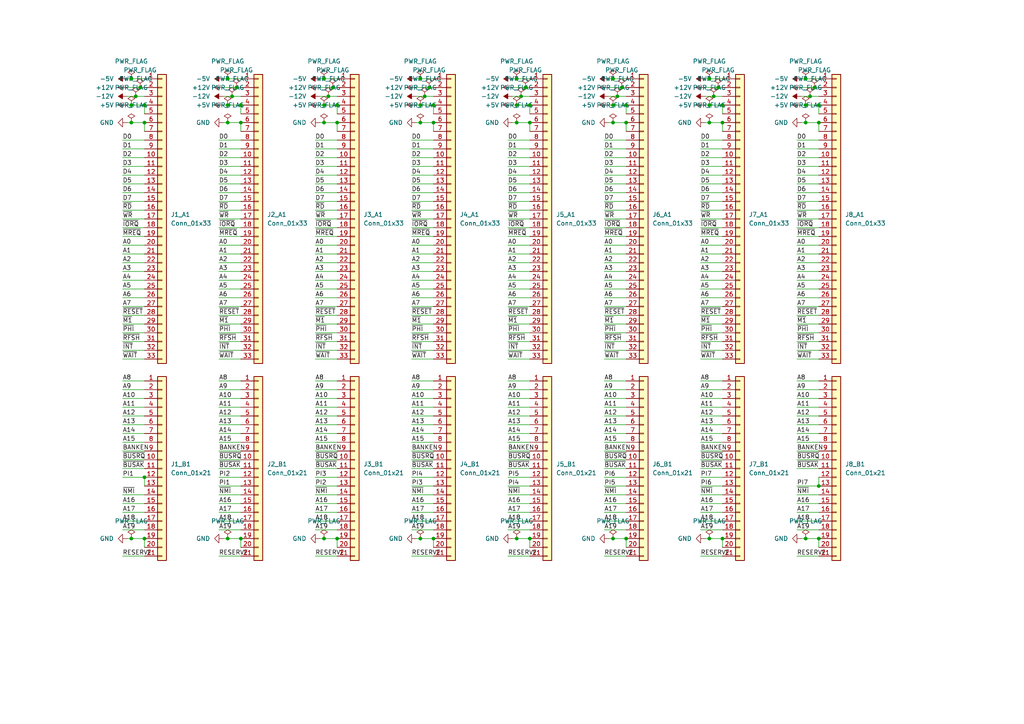
<source format=kicad_sch>
(kicad_sch (version 20211123) (generator eeschema)
  (paper "A4")
  (junction (at 38.1 35.56))
  (junction (at 151.13 27.94))
  (junction (at 93.98 156.21))
  (junction (at 181.61 30.48))
  (junction (at 149.86 35.56))
  (junction (at 236.22 25.4))
  (junction (at 177.8 35.56))
  (junction (at 237.49 156.21))
  (junction (at 38.1 22.86))
  (junction (at 121.92 35.56))
  (junction (at 97.79 156.21))
  (junction (at 205.74 22.86))
  (junction (at 152.4 25.4))
  (junction (at 209.55 35.56))
  (junction (at 66.04 156.21))
  (junction (at 40.64 25.4))
  (junction (at 233.68 35.56))
  (junction (at 234.95 27.94))
  (junction (at 67.31 27.94))
  (junction (at 93.98 30.48))
  (junction (at 123.19 27.94))
  (junction (at 41.91 138.43))
  (junction (at 181.61 156.21))
  (junction (at 69.85 30.48))
  (junction (at 177.8 22.86))
  (junction (at 149.86 22.86))
  (junction (at 153.67 35.56))
  (junction (at 121.92 22.86))
  (junction (at 233.68 22.86))
  (junction (at 66.04 22.86))
  (junction (at 121.92 156.21))
  (junction (at 177.8 30.48))
  (junction (at 66.04 35.56))
  (junction (at 237.49 30.48))
  (junction (at 208.28 25.4))
  (junction (at 68.58 25.4))
  (junction (at 153.67 156.21))
  (junction (at 207.01 27.94))
  (junction (at 209.55 30.48))
  (junction (at 69.85 156.21))
  (junction (at 237.49 35.56))
  (junction (at 93.98 35.56))
  (junction (at 69.85 35.56))
  (junction (at 41.91 35.56))
  (junction (at 180.34 25.4))
  (junction (at 66.04 30.48))
  (junction (at 205.74 156.21))
  (junction (at 233.68 156.21))
  (junction (at 205.74 30.48))
  (junction (at 125.73 35.56))
  (junction (at 149.86 30.48))
  (junction (at 41.91 30.48))
  (junction (at 95.25 27.94))
  (junction (at 38.1 30.48))
  (junction (at 41.91 156.21))
  (junction (at 124.46 25.4))
  (junction (at 125.73 30.48))
  (junction (at 93.98 22.86))
  (junction (at 39.37 27.94))
  (junction (at 209.55 156.21))
  (junction (at 97.79 35.56))
  (junction (at 181.61 35.56))
  (junction (at 205.74 35.56))
  (junction (at 153.67 30.48))
  (junction (at 179.07 27.94))
  (junction (at 125.73 156.21))
  (junction (at 97.79 30.48))
  (junction (at 237.49 140.97))
  (junction (at 177.8 156.21))
  (junction (at 38.1 156.21))
  (junction (at 96.52 25.4))
  (junction (at 121.92 30.48))
  (junction (at 233.68 30.48))
  (junction (at 149.86 156.21))
  (wire (pts (xy 231.14 91.44) (xy 237.49 91.44)))
  (wire (pts (xy 63.5 135.89) (xy 69.85 135.89)))
  (wire (pts (xy 121.92 30.48) (xy 125.73 30.48)))
  (wire (pts (xy 147.32 101.6) (xy 153.67 101.6)))
  (wire (pts (xy 91.44 66.04) (xy 97.79 66.04)))
  (wire (pts (xy 35.56 71.12) (xy 41.91 71.12)))
  (wire (pts (xy 175.26 161.29) (xy 181.61 161.29)))
  (wire (pts (xy 148.59 27.94) (xy 151.13 27.94)))
  (wire (pts (xy 203.2 104.14) (xy 209.55 104.14)))
  (wire (pts (xy 203.2 93.98) (xy 209.55 93.98)))
  (wire (pts (xy 120.65 25.4) (xy 124.46 25.4)))
  (wire (pts (xy 176.53 30.48) (xy 177.8 30.48)))
  (wire (pts (xy 120.65 22.86) (xy 121.92 22.86)))
  (wire (pts (xy 119.38 128.27) (xy 125.73 128.27)))
  (wire (pts (xy 91.44 128.27) (xy 97.79 128.27)))
  (wire (pts (xy 40.64 25.4) (xy 41.91 25.4)))
  (wire (pts (xy 177.8 35.56) (xy 181.61 35.56)))
  (wire (pts (xy 91.44 53.34) (xy 97.79 53.34)))
  (wire (pts (xy 203.2 81.28) (xy 209.55 81.28)))
  (wire (pts (xy 148.59 30.48) (xy 149.86 30.48)))
  (wire (pts (xy 35.56 48.26) (xy 41.91 48.26)))
  (wire (pts (xy 231.14 153.67) (xy 237.49 153.67)))
  (wire (pts (xy 147.32 58.42) (xy 153.67 58.42)))
  (wire (pts (xy 203.2 48.26) (xy 209.55 48.26)))
  (wire (pts (xy 91.44 81.28) (xy 97.79 81.28)))
  (wire (pts (xy 119.38 73.66) (xy 125.73 73.66)))
  (wire (pts (xy 91.44 88.9) (xy 97.79 88.9)))
  (wire (pts (xy 231.14 60.96) (xy 237.49 60.96)))
  (wire (pts (xy 148.59 22.86) (xy 149.86 22.86)))
  (wire (pts (xy 93.98 35.56) (xy 97.79 35.56)))
  (wire (pts (xy 231.14 143.51) (xy 237.49 143.51)))
  (wire (pts (xy 232.41 25.4) (xy 236.22 25.4)))
  (wire (pts (xy 91.44 86.36) (xy 97.79 86.36)))
  (wire (pts (xy 175.26 88.9) (xy 181.61 88.9)))
  (wire (pts (xy 175.26 146.05) (xy 181.61 146.05)))
  (wire (pts (xy 91.44 96.52) (xy 97.79 96.52)))
  (wire (pts (xy 147.32 138.43) (xy 153.67 138.43)))
  (wire (pts (xy 63.5 115.57) (xy 69.85 115.57)))
  (wire (pts (xy 35.56 133.35) (xy 41.91 133.35)))
  (wire (pts (xy 119.38 40.64) (xy 125.73 40.64)))
  (wire (pts (xy 203.2 140.97) (xy 209.55 140.97)))
  (wire (pts (xy 175.26 135.89) (xy 181.61 135.89)))
  (wire (pts (xy 35.56 101.6) (xy 41.91 101.6)))
  (wire (pts (xy 35.56 66.04) (xy 41.91 66.04)))
  (wire (pts (xy 231.14 73.66) (xy 237.49 73.66)))
  (wire (pts (xy 92.71 27.94) (xy 95.25 27.94)))
  (wire (pts (xy 237.49 138.43) (xy 237.49 140.97)))
  (wire (pts (xy 175.26 53.34) (xy 181.61 53.34)))
  (wire (pts (xy 121.92 35.56) (xy 125.73 35.56)))
  (wire (pts (xy 63.5 45.72) (xy 69.85 45.72)))
  (wire (pts (xy 175.26 55.88) (xy 181.61 55.88)))
  (wire (pts (xy 231.14 78.74) (xy 237.49 78.74)))
  (wire (pts (xy 147.32 40.64) (xy 153.67 40.64)))
  (wire (pts (xy 120.65 27.94) (xy 123.19 27.94)))
  (wire (pts (xy 231.14 68.58) (xy 237.49 68.58)))
  (wire (pts (xy 203.2 50.8) (xy 209.55 50.8)))
  (wire (pts (xy 237.49 35.56) (xy 237.49 38.1)))
  (wire (pts (xy 175.26 115.57) (xy 181.61 115.57)))
  (wire (pts (xy 203.2 151.13) (xy 209.55 151.13)))
  (wire (pts (xy 231.14 104.14) (xy 237.49 104.14)))
  (wire (pts (xy 119.38 130.81) (xy 125.73 130.81)))
  (wire (pts (xy 177.8 30.48) (xy 181.61 30.48)))
  (wire (pts (xy 63.5 128.27) (xy 69.85 128.27)))
  (wire (pts (xy 36.83 30.48) (xy 38.1 30.48)))
  (wire (pts (xy 147.32 161.29) (xy 153.67 161.29)))
  (wire (pts (xy 93.98 22.86) (xy 97.79 22.86)))
  (wire (pts (xy 35.56 128.27) (xy 41.91 128.27)))
  (wire (pts (xy 64.77 22.86) (xy 66.04 22.86)))
  (wire (pts (xy 177.8 22.86) (xy 181.61 22.86)))
  (wire (pts (xy 91.44 120.65) (xy 97.79 120.65)))
  (wire (pts (xy 147.32 55.88) (xy 153.67 55.88)))
  (wire (pts (xy 175.26 151.13) (xy 181.61 151.13)))
  (wire (pts (xy 203.2 86.36) (xy 209.55 86.36)))
  (wire (pts (xy 123.19 27.94) (xy 125.73 27.94)))
  (wire (pts (xy 147.32 110.49) (xy 153.67 110.49)))
  (wire (pts (xy 63.5 93.98) (xy 69.85 93.98)))
  (wire (pts (xy 204.47 35.56) (xy 205.74 35.56)))
  (wire (pts (xy 119.38 151.13) (xy 125.73 151.13)))
  (wire (pts (xy 204.47 27.94) (xy 207.01 27.94)))
  (wire (pts (xy 63.5 113.03) (xy 69.85 113.03)))
  (wire (pts (xy 203.2 133.35) (xy 209.55 133.35)))
  (wire (pts (xy 203.2 66.04) (xy 209.55 66.04)))
  (wire (pts (xy 147.32 133.35) (xy 153.67 133.35)))
  (wire (pts (xy 231.14 140.97) (xy 237.49 140.97)))
  (wire (pts (xy 231.14 66.04) (xy 237.49 66.04)))
  (wire (pts (xy 35.56 60.96) (xy 41.91 60.96)))
  (wire (pts (xy 35.56 88.9) (xy 41.91 88.9)))
  (wire (pts (xy 203.2 53.34) (xy 209.55 53.34)))
  (wire (pts (xy 176.53 22.86) (xy 177.8 22.86)))
  (wire (pts (xy 63.5 91.44) (xy 69.85 91.44)))
  (wire (pts (xy 175.26 78.74) (xy 181.61 78.74)))
  (wire (pts (xy 63.5 55.88) (xy 69.85 55.88)))
  (wire (pts (xy 147.32 68.58) (xy 153.67 68.58)))
  (wire (pts (xy 231.14 81.28) (xy 237.49 81.28)))
  (wire (pts (xy 119.38 138.43) (xy 125.73 138.43)))
  (wire (pts (xy 147.32 151.13) (xy 153.67 151.13)))
  (wire (pts (xy 175.26 104.14) (xy 181.61 104.14)))
  (wire (pts (xy 232.41 35.56) (xy 233.68 35.56)))
  (wire (pts (xy 148.59 35.56) (xy 149.86 35.56)))
  (wire (pts (xy 231.14 76.2) (xy 237.49 76.2)))
  (wire (pts (xy 203.2 135.89) (xy 209.55 135.89)))
  (wire (pts (xy 63.5 143.51) (xy 69.85 143.51)))
  (wire (pts (xy 175.26 71.12) (xy 181.61 71.12)))
  (wire (pts (xy 175.26 101.6) (xy 181.61 101.6)))
  (wire (pts (xy 63.5 78.74) (xy 69.85 78.74)))
  (wire (pts (xy 147.32 66.04) (xy 153.67 66.04)))
  (wire (pts (xy 203.2 76.2) (xy 209.55 76.2)))
  (wire (pts (xy 231.14 146.05) (xy 237.49 146.05)))
  (wire (pts (xy 35.56 55.88) (xy 41.91 55.88)))
  (wire (pts (xy 119.38 86.36) (xy 125.73 86.36)))
  (wire (pts (xy 175.26 120.65) (xy 181.61 120.65)))
  (wire (pts (xy 147.32 50.8) (xy 153.67 50.8)))
  (wire (pts (xy 125.73 156.21) (xy 125.73 158.75)))
  (wire (pts (xy 119.38 96.52) (xy 125.73 96.52)))
  (wire (pts (xy 119.38 45.72) (xy 125.73 45.72)))
  (wire (pts (xy 147.32 120.65) (xy 153.67 120.65)))
  (wire (pts (xy 203.2 110.49) (xy 209.55 110.49)))
  (wire (pts (xy 97.79 30.48) (xy 97.79 33.02)))
  (wire (pts (xy 63.5 130.81) (xy 69.85 130.81)))
  (wire (pts (xy 119.38 118.11) (xy 125.73 118.11)))
  (wire (pts (xy 175.26 91.44) (xy 181.61 91.44)))
  (wire (pts (xy 204.47 156.21) (xy 205.74 156.21)))
  (wire (pts (xy 91.44 43.18) (xy 97.79 43.18)))
  (wire (pts (xy 231.14 43.18) (xy 237.49 43.18)))
  (wire (pts (xy 35.56 120.65) (xy 41.91 120.65)))
  (wire (pts (xy 91.44 68.58) (xy 97.79 68.58)))
  (wire (pts (xy 91.44 153.67) (xy 97.79 153.67)))
  (wire (pts (xy 119.38 53.34) (xy 125.73 53.34)))
  (wire (pts (xy 35.56 83.82) (xy 41.91 83.82)))
  (wire (pts (xy 35.56 161.29) (xy 41.91 161.29)))
  (wire (pts (xy 147.32 93.98) (xy 153.67 93.98)))
  (wire (pts (xy 176.53 156.21) (xy 177.8 156.21)))
  (wire (pts (xy 147.32 86.36) (xy 153.67 86.36)))
  (wire (pts (xy 175.26 110.49) (xy 181.61 110.49)))
  (wire (pts (xy 68.58 25.4) (xy 69.85 25.4)))
  (wire (pts (xy 231.14 161.29) (xy 237.49 161.29)))
  (wire (pts (xy 203.2 83.82) (xy 209.55 83.82)))
  (wire (pts (xy 119.38 60.96) (xy 125.73 60.96)))
  (wire (pts (xy 175.26 123.19) (xy 181.61 123.19)))
  (wire (pts (xy 119.38 104.14) (xy 125.73 104.14)))
  (wire (pts (xy 203.2 91.44) (xy 209.55 91.44)))
  (wire (pts (xy 205.74 35.56) (xy 209.55 35.56)))
  (wire (pts (xy 63.5 140.97) (xy 69.85 140.97)))
  (wire (pts (xy 231.14 48.26) (xy 237.49 48.26)))
  (wire (pts (xy 207.01 27.94) (xy 209.55 27.94)))
  (wire (pts (xy 91.44 143.51) (xy 97.79 143.51)))
  (wire (pts (xy 63.5 76.2) (xy 69.85 76.2)))
  (wire (pts (xy 203.2 78.74) (xy 209.55 78.74)))
  (wire (pts (xy 93.98 156.21) (xy 97.79 156.21)))
  (wire (pts (xy 119.38 140.97) (xy 125.73 140.97)))
  (wire (pts (xy 125.73 30.48) (xy 125.73 33.02)))
  (wire (pts (xy 175.26 66.04) (xy 181.61 66.04)))
  (wire (pts (xy 231.14 99.06) (xy 237.49 99.06)))
  (wire (pts (xy 203.2 71.12) (xy 209.55 71.12)))
  (wire (pts (xy 231.14 120.65) (xy 237.49 120.65)))
  (wire (pts (xy 36.83 22.86) (xy 38.1 22.86)))
  (wire (pts (xy 35.56 99.06) (xy 41.91 99.06)))
  (wire (pts (xy 95.25 27.94) (xy 97.79 27.94)))
  (wire (pts (xy 35.56 43.18) (xy 41.91 43.18)))
  (wire (pts (xy 231.14 45.72) (xy 237.49 45.72)))
  (wire (pts (xy 203.2 125.73) (xy 209.55 125.73)))
  (wire (pts (xy 119.38 133.35) (xy 125.73 133.35)))
  (wire (pts (xy 91.44 55.88) (xy 97.79 55.88)))
  (wire (pts (xy 209.55 35.56) (xy 209.55 38.1)))
  (wire (pts (xy 91.44 138.43) (xy 97.79 138.43)))
  (wire (pts (xy 175.26 58.42) (xy 181.61 58.42)))
  (wire (pts (xy 96.52 25.4) (xy 97.79 25.4)))
  (wire (pts (xy 35.56 40.64) (xy 41.91 40.64)))
  (wire (pts (xy 63.5 53.34) (xy 69.85 53.34)))
  (wire (pts (xy 147.32 123.19) (xy 153.67 123.19)))
  (wire (pts (xy 203.2 101.6) (xy 209.55 101.6)))
  (wire (pts (xy 91.44 58.42) (xy 97.79 58.42)))
  (wire (pts (xy 38.1 30.48) (xy 41.91 30.48)))
  (wire (pts (xy 63.5 73.66) (xy 69.85 73.66)))
  (wire (pts (xy 35.56 125.73) (xy 41.91 125.73)))
  (wire (pts (xy 177.8 156.21) (xy 181.61 156.21)))
  (wire (pts (xy 203.2 99.06) (xy 209.55 99.06)))
  (wire (pts (xy 36.83 27.94) (xy 39.37 27.94)))
  (wire (pts (xy 203.2 113.03) (xy 209.55 113.03)))
  (wire (pts (xy 175.26 138.43) (xy 181.61 138.43)))
  (wire (pts (xy 69.85 30.48) (xy 69.85 33.02)))
  (wire (pts (xy 203.2 40.64) (xy 209.55 40.64)))
  (wire (pts (xy 119.38 153.67) (xy 125.73 153.67)))
  (wire (pts (xy 231.14 40.64) (xy 237.49 40.64)))
  (wire (pts (xy 175.26 113.03) (xy 181.61 113.03)))
  (wire (pts (xy 35.56 118.11) (xy 41.91 118.11)))
  (wire (pts (xy 147.32 118.11) (xy 153.67 118.11)))
  (wire (pts (xy 203.2 148.59) (xy 209.55 148.59)))
  (wire (pts (xy 203.2 128.27) (xy 209.55 128.27)))
  (wire (pts (xy 233.68 35.56) (xy 237.49 35.56)))
  (wire (pts (xy 121.92 156.21) (xy 125.73 156.21)))
  (wire (pts (xy 237.49 30.48) (xy 237.49 33.02)))
  (wire (pts (xy 63.5 151.13) (xy 69.85 151.13)))
  (wire (pts (xy 231.14 83.82) (xy 237.49 83.82)))
  (wire (pts (xy 147.32 71.12) (xy 153.67 71.12)))
  (wire (pts (xy 38.1 22.86) (xy 41.91 22.86)))
  (wire (pts (xy 149.86 30.48) (xy 153.67 30.48)))
  (wire (pts (xy 231.14 115.57) (xy 237.49 115.57)))
  (wire (pts (xy 91.44 101.6) (xy 97.79 101.6)))
  (wire (pts (xy 119.38 83.82) (xy 125.73 83.82)))
  (wire (pts (xy 92.71 22.86) (xy 93.98 22.86)))
  (wire (pts (xy 203.2 123.19) (xy 209.55 123.19)))
  (wire (pts (xy 69.85 35.56) (xy 69.85 38.1)))
  (wire (pts (xy 181.61 156.21) (xy 181.61 158.75)))
  (wire (pts (xy 231.14 113.03) (xy 237.49 113.03)))
  (wire (pts (xy 63.5 148.59) (xy 69.85 148.59)))
  (wire (pts (xy 119.38 101.6) (xy 125.73 101.6)))
  (wire (pts (xy 231.14 53.34) (xy 237.49 53.34)))
  (wire (pts (xy 147.32 148.59) (xy 153.67 148.59)))
  (wire (pts (xy 91.44 133.35) (xy 97.79 133.35)))
  (wire (pts (xy 91.44 83.82) (xy 97.79 83.82)))
  (wire (pts (xy 35.56 123.19) (xy 41.91 123.19)))
  (wire (pts (xy 91.44 63.5) (xy 97.79 63.5)))
  (wire (pts (xy 35.56 143.51) (xy 41.91 143.51)))
  (wire (pts (xy 231.14 88.9) (xy 237.49 88.9)))
  (wire (pts (xy 231.14 50.8) (xy 237.49 50.8)))
  (wire (pts (xy 91.44 161.29) (xy 97.79 161.29)))
  (wire (pts (xy 209.55 30.48) (xy 209.55 33.02)))
  (wire (pts (xy 35.56 115.57) (xy 41.91 115.57)))
  (wire (pts (xy 91.44 71.12) (xy 97.79 71.12)))
  (wire (pts (xy 64.77 156.21) (xy 66.04 156.21)))
  (wire (pts (xy 231.14 110.49) (xy 237.49 110.49)))
  (wire (pts (xy 175.26 99.06) (xy 181.61 99.06)))
  (wire (pts (xy 35.56 93.98) (xy 41.91 93.98)))
  (wire (pts (xy 152.4 25.4) (xy 153.67 25.4)))
  (wire (pts (xy 203.2 143.51) (xy 209.55 143.51)))
  (wire (pts (xy 63.5 83.82) (xy 69.85 83.82)))
  (wire (pts (xy 35.56 146.05) (xy 41.91 146.05)))
  (wire (pts (xy 175.26 140.97) (xy 181.61 140.97)))
  (wire (pts (xy 63.5 88.9) (xy 69.85 88.9)))
  (wire (pts (xy 175.26 143.51) (xy 181.61 143.51)))
  (wire (pts (xy 119.38 81.28) (xy 125.73 81.28)))
  (wire (pts (xy 175.26 81.28) (xy 181.61 81.28)))
  (wire (pts (xy 147.32 88.9) (xy 153.67 88.9)))
  (wire (pts (xy 119.38 143.51) (xy 125.73 143.51)))
  (wire (pts (xy 231.14 125.73) (xy 237.49 125.73)))
  (wire (pts (xy 209.55 156.21) (xy 209.55 158.75)))
  (wire (pts (xy 119.38 148.59) (xy 125.73 148.59)))
  (wire (pts (xy 35.56 91.44) (xy 41.91 91.44)))
  (wire (pts (xy 119.38 43.18) (xy 125.73 43.18)))
  (wire (pts (xy 147.32 73.66) (xy 153.67 73.66)))
  (wire (pts (xy 149.86 35.56) (xy 153.67 35.56)))
  (wire (pts (xy 232.41 156.21) (xy 233.68 156.21)))
  (wire (pts (xy 175.26 48.26) (xy 181.61 48.26)))
  (wire (pts (xy 63.5 50.8) (xy 69.85 50.8)))
  (wire (pts (xy 41.91 156.21) (xy 41.91 158.75)))
  (wire (pts (xy 147.32 76.2) (xy 153.67 76.2)))
  (wire (pts (xy 180.34 25.4) (xy 181.61 25.4)))
  (wire (pts (xy 204.47 25.4) (xy 208.28 25.4)))
  (wire (pts (xy 35.56 76.2) (xy 41.91 76.2)))
  (wire (pts (xy 91.44 50.8) (xy 97.79 50.8)))
  (wire (pts (xy 66.04 30.48) (xy 69.85 30.48)))
  (wire (pts (xy 231.14 135.89) (xy 237.49 135.89)))
  (wire (pts (xy 63.5 48.26) (xy 69.85 48.26)))
  (wire (pts (xy 205.74 156.21) (xy 209.55 156.21)))
  (wire (pts (xy 231.14 151.13) (xy 237.49 151.13)))
  (wire (pts (xy 232.41 30.48) (xy 233.68 30.48)))
  (wire (pts (xy 151.13 27.94) (xy 153.67 27.94)))
  (wire (pts (xy 92.71 156.21) (xy 93.98 156.21)))
  (wire (pts (xy 91.44 151.13) (xy 97.79 151.13)))
  (wire (pts (xy 179.07 27.94) (xy 181.61 27.94)))
  (wire (pts (xy 97.79 35.56) (xy 97.79 38.1)))
  (wire (pts (xy 203.2 63.5) (xy 209.55 63.5)))
  (wire (pts (xy 231.14 128.27) (xy 237.49 128.27)))
  (wire (pts (xy 175.26 83.82) (xy 181.61 83.82)))
  (wire (pts (xy 63.5 161.29) (xy 69.85 161.29)))
  (wire (pts (xy 203.2 138.43) (xy 209.55 138.43)))
  (wire (pts (xy 181.61 30.48) (xy 181.61 33.02)))
  (wire (pts (xy 147.32 128.27) (xy 153.67 128.27)))
  (wire (pts (xy 175.26 153.67) (xy 181.61 153.67)))
  (wire (pts (xy 119.38 71.12) (xy 125.73 71.12)))
  (wire (pts (xy 147.32 91.44) (xy 153.67 91.44)))
  (wire (pts (xy 66.04 35.56) (xy 69.85 35.56)))
  (wire (pts (xy 35.56 110.49) (xy 41.91 110.49)))
  (wire (pts (xy 119.38 120.65) (xy 125.73 120.65)))
  (wire (pts (xy 63.5 43.18) (xy 69.85 43.18)))
  (wire (pts (xy 147.32 115.57) (xy 153.67 115.57)))
  (wire (pts (xy 41.91 138.43) (xy 41.91 140.97)))
  (wire (pts (xy 124.46 25.4) (xy 125.73 25.4)))
  (wire (pts (xy 203.2 55.88) (xy 209.55 55.88)))
  (wire (pts (xy 175.26 118.11) (xy 181.61 118.11)))
  (wire (pts (xy 147.32 81.28) (xy 153.67 81.28)))
  (wire (pts (xy 148.59 156.21) (xy 149.86 156.21)))
  (wire (pts (xy 92.71 25.4) (xy 96.52 25.4)))
  (wire (pts (xy 35.56 73.66) (xy 41.91 73.66)))
  (wire (pts (xy 203.2 60.96) (xy 209.55 60.96)))
  (wire (pts (xy 120.65 30.48) (xy 121.92 30.48)))
  (wire (pts (xy 147.32 43.18) (xy 153.67 43.18)))
  (wire (pts (xy 153.67 35.56) (xy 153.67 38.1)))
  (wire (pts (xy 119.38 91.44) (xy 125.73 91.44)))
  (wire (pts (xy 175.26 63.5) (xy 181.61 63.5)))
  (wire (pts (xy 35.56 58.42) (xy 41.91 58.42)))
  (wire (pts (xy 91.44 104.14) (xy 97.79 104.14)))
  (wire (pts (xy 63.5 66.04) (xy 69.85 66.04)))
  (wire (pts (xy 35.56 86.36) (xy 41.91 86.36)))
  (wire (pts (xy 147.32 143.51) (xy 153.67 143.51)))
  (wire (pts (xy 175.26 40.64) (xy 181.61 40.64)))
  (wire (pts (xy 91.44 130.81) (xy 97.79 130.81)))
  (wire (pts (xy 91.44 140.97) (xy 97.79 140.97)))
  (wire (pts (xy 149.86 156.21) (xy 153.67 156.21)))
  (wire (pts (xy 91.44 76.2) (xy 97.79 76.2)))
  (wire (pts (xy 35.56 63.5) (xy 41.91 63.5)))
  (wire (pts (xy 153.67 30.48) (xy 153.67 33.02)))
  (wire (pts (xy 119.38 48.26) (xy 125.73 48.26)))
  (wire (pts (xy 35.56 53.34) (xy 41.91 53.34)))
  (wire (pts (xy 175.26 133.35) (xy 181.61 133.35)))
  (wire (pts (xy 148.59 25.4) (xy 152.4 25.4)))
  (wire (pts (xy 63.5 96.52) (xy 69.85 96.52)))
  (wire (pts (xy 38.1 156.21) (xy 41.91 156.21)))
  (wire (pts (xy 176.53 25.4) (xy 180.34 25.4)))
  (wire (pts (xy 63.5 133.35) (xy 69.85 133.35)))
  (wire (pts (xy 203.2 68.58) (xy 209.55 68.58)))
  (wire (pts (xy 203.2 130.81) (xy 209.55 130.81)))
  (wire (pts (xy 63.5 63.5) (xy 69.85 63.5)))
  (wire (pts (xy 175.26 93.98) (xy 181.61 93.98)))
  (wire (pts (xy 66.04 156.21) (xy 69.85 156.21)))
  (wire (pts (xy 63.5 118.11) (xy 69.85 118.11)))
  (wire (pts (xy 231.14 93.98) (xy 237.49 93.98)))
  (wire (pts (xy 231.14 96.52) (xy 237.49 96.52)))
  (wire (pts (xy 231.14 58.42) (xy 237.49 58.42)))
  (wire (pts (xy 203.2 43.18) (xy 209.55 43.18)))
  (wire (pts (xy 63.5 81.28) (xy 69.85 81.28)))
  (wire (pts (xy 231.14 86.36) (xy 237.49 86.36)))
  (wire (pts (xy 35.56 81.28) (xy 41.91 81.28)))
  (wire (pts (xy 63.5 60.96) (xy 69.85 60.96)))
  (wire (pts (xy 147.32 135.89) (xy 153.67 135.89)))
  (wire (pts (xy 125.73 35.56) (xy 125.73 38.1)))
  (wire (pts (xy 63.5 58.42) (xy 69.85 58.42)))
  (wire (pts (xy 147.32 48.26) (xy 153.67 48.26)))
  (wire (pts (xy 205.74 30.48) (xy 209.55 30.48)))
  (wire (pts (xy 91.44 73.66) (xy 97.79 73.66)))
  (wire (pts (xy 203.2 118.11) (xy 209.55 118.11)))
  (wire (pts (xy 176.53 27.94) (xy 179.07 27.94)))
  (wire (pts (xy 231.14 130.81) (xy 237.49 130.81)))
  (wire (pts (xy 175.26 50.8) (xy 181.61 50.8)))
  (wire (pts (xy 63.5 68.58) (xy 69.85 68.58)))
  (wire (pts (xy 91.44 146.05) (xy 97.79 146.05)))
  (wire (pts (xy 91.44 99.06) (xy 97.79 99.06)))
  (wire (pts (xy 175.26 68.58) (xy 181.61 68.58)))
  (wire (pts (xy 64.77 30.48) (xy 66.04 30.48)))
  (wire (pts (xy 175.26 76.2) (xy 181.61 76.2)))
  (wire (pts (xy 203.2 161.29) (xy 209.55 161.29)))
  (wire (pts (xy 97.79 156.21) (xy 97.79 158.75)))
  (wire (pts (xy 91.44 91.44) (xy 97.79 91.44)))
  (wire (pts (xy 231.14 118.11) (xy 237.49 118.11)))
  (wire (pts (xy 203.2 146.05) (xy 209.55 146.05)))
  (wire (pts (xy 236.22 25.4) (xy 237.49 25.4)))
  (wire (pts (xy 93.98 30.48) (xy 97.79 30.48)))
  (wire (pts (xy 175.26 96.52) (xy 181.61 96.52)))
  (wire (pts (xy 35.56 148.59) (xy 41.91 148.59)))
  (wire (pts (xy 231.14 133.35) (xy 237.49 133.35)))
  (wire (pts (xy 119.38 161.29) (xy 125.73 161.29)))
  (wire (pts (xy 181.61 35.56) (xy 181.61 38.1)))
  (wire (pts (xy 119.38 115.57) (xy 125.73 115.57)))
  (wire (pts (xy 147.32 63.5) (xy 153.67 63.5)))
  (wire (pts (xy 203.2 88.9) (xy 209.55 88.9)))
  (wire (pts (xy 121.92 22.86) (xy 125.73 22.86)))
  (wire (pts (xy 91.44 113.03) (xy 97.79 113.03)))
  (wire (pts (xy 91.44 125.73) (xy 97.79 125.73)))
  (wire (pts (xy 119.38 63.5) (xy 125.73 63.5)))
  (wire (pts (xy 153.67 156.21) (xy 153.67 158.75)))
  (wire (pts (xy 147.32 113.03) (xy 153.67 113.03)))
  (wire (pts (xy 69.85 156.21) (xy 69.85 158.75)))
  (wire (pts (xy 175.26 60.96) (xy 181.61 60.96)))
  (wire (pts (xy 149.86 22.86) (xy 153.67 22.86)))
  (wire (pts (xy 119.38 146.05) (xy 125.73 146.05)))
  (wire (pts (xy 91.44 48.26) (xy 97.79 48.26)))
  (wire (pts (xy 64.77 27.94) (xy 67.31 27.94)))
  (wire (pts (xy 119.38 76.2) (xy 125.73 76.2)))
  (wire (pts (xy 175.26 86.36) (xy 181.61 86.36)))
  (wire (pts (xy 231.14 55.88) (xy 237.49 55.88)))
  (wire (pts (xy 232.41 27.94) (xy 234.95 27.94)))
  (wire (pts (xy 204.47 22.86) (xy 205.74 22.86)))
  (wire (pts (xy 208.28 25.4) (xy 209.55 25.4)))
  (wire (pts (xy 203.2 73.66) (xy 209.55 73.66)))
  (wire (pts (xy 36.83 25.4) (xy 40.64 25.4)))
  (wire (pts (xy 119.38 125.73) (xy 125.73 125.73)))
  (wire (pts (xy 147.32 146.05) (xy 153.67 146.05)))
  (wire (pts (xy 231.14 101.6) (xy 237.49 101.6)))
  (wire (pts (xy 119.38 135.89) (xy 125.73 135.89)))
  (wire (pts (xy 63.5 123.19) (xy 69.85 123.19)))
  (wire (pts (xy 35.56 151.13) (xy 41.91 151.13)))
  (wire (pts (xy 36.83 35.56) (xy 38.1 35.56)))
  (wire (pts (xy 147.32 78.74) (xy 153.67 78.74)))
  (wire (pts (xy 119.38 110.49) (xy 125.73 110.49)))
  (wire (pts (xy 175.26 45.72) (xy 181.61 45.72)))
  (wire (pts (xy 147.32 153.67) (xy 153.67 153.67)))
  (wire (pts (xy 91.44 123.19) (xy 97.79 123.19)))
  (wire (pts (xy 147.32 96.52) (xy 153.67 96.52)))
  (wire (pts (xy 147.32 130.81) (xy 153.67 130.81)))
  (wire (pts (xy 63.5 104.14) (xy 69.85 104.14)))
  (wire (pts (xy 175.26 73.66) (xy 181.61 73.66)))
  (wire (pts (xy 119.38 113.03) (xy 125.73 113.03)))
  (wire (pts (xy 233.68 156.21) (xy 237.49 156.21)))
  (wire (pts (xy 35.56 138.43) (xy 41.91 138.43)))
  (wire (pts (xy 231.14 123.19) (xy 237.49 123.19)))
  (wire (pts (xy 203.2 153.67) (xy 209.55 153.67)))
  (wire (pts (xy 41.91 35.56) (xy 41.91 38.1)))
  (wire (pts (xy 203.2 120.65) (xy 209.55 120.65)))
  (wire (pts (xy 120.65 156.21) (xy 121.92 156.21)))
  (wire (pts (xy 35.56 68.58) (xy 41.91 68.58)))
  (wire (pts (xy 205.74 22.86) (xy 209.55 22.86)))
  (wire (pts (xy 63.5 101.6) (xy 69.85 101.6)))
  (wire (pts (xy 119.38 68.58) (xy 125.73 68.58)))
  (wire (pts (xy 67.31 27.94) (xy 69.85 27.94)))
  (wire (pts (xy 175.26 128.27) (xy 181.61 128.27)))
  (wire (pts (xy 91.44 110.49) (xy 97.79 110.49)))
  (wire (pts (xy 63.5 99.06) (xy 69.85 99.06)))
  (wire (pts (xy 204.47 30.48) (xy 205.74 30.48)))
  (wire (pts (xy 237.49 156.21) (xy 237.49 158.75)))
  (wire (pts (xy 119.38 99.06) (xy 125.73 99.06)))
  (wire (pts (xy 35.56 153.67) (xy 41.91 153.67)))
  (wire (pts (xy 119.38 50.8) (xy 125.73 50.8)))
  (wire (pts (xy 120.65 35.56) (xy 121.92 35.56)))
  (wire (pts (xy 35.56 130.81) (xy 41.91 130.81)))
  (wire (pts (xy 233.68 30.48) (xy 237.49 30.48)))
  (wire (pts (xy 63.5 125.73) (xy 69.85 125.73)))
  (wire (pts (xy 175.26 125.73) (xy 181.61 125.73)))
  (wire (pts (xy 92.71 30.48) (xy 93.98 30.48)))
  (wire (pts (xy 91.44 135.89) (xy 97.79 135.89)))
  (wire (pts (xy 176.53 35.56) (xy 177.8 35.56)))
  (wire (pts (xy 91.44 40.64) (xy 97.79 40.64)))
  (wire (pts (xy 63.5 153.67) (xy 69.85 153.67)))
  (wire (pts (xy 147.32 99.06) (xy 153.67 99.06)))
  (wire (pts (xy 91.44 118.11) (xy 97.79 118.11)))
  (wire (pts (xy 63.5 138.43) (xy 69.85 138.43)))
  (wire (pts (xy 119.38 55.88) (xy 125.73 55.88)))
  (wire (pts (xy 63.5 40.64) (xy 69.85 40.64)))
  (wire (pts (xy 35.56 50.8) (xy 41.91 50.8)))
  (wire (pts (xy 91.44 78.74) (xy 97.79 78.74)))
  (wire (pts (xy 147.32 83.82) (xy 153.67 83.82)))
  (wire (pts (xy 175.26 130.81) (xy 181.61 130.81)))
  (wire (pts (xy 147.32 45.72) (xy 153.67 45.72)))
  (wire (pts (xy 35.56 96.52) (xy 41.91 96.52)))
  (wire (pts (xy 35.56 45.72) (xy 41.91 45.72)))
  (wire (pts (xy 91.44 60.96) (xy 97.79 60.96)))
  (wire (pts (xy 35.56 135.89) (xy 41.91 135.89)))
  (wire (pts (xy 231.14 63.5) (xy 237.49 63.5)))
  (wire (pts (xy 147.32 60.96) (xy 153.67 60.96)))
  (wire (pts (xy 91.44 93.98) (xy 97.79 93.98)))
  (wire (pts (xy 91.44 115.57) (xy 97.79 115.57)))
  (wire (pts (xy 64.77 25.4) (xy 68.58 25.4)))
  (wire (pts (xy 147.32 140.97) (xy 153.67 140.97)))
  (wire (pts (xy 119.38 78.74) (xy 125.73 78.74)))
  (wire (pts (xy 91.44 148.59) (xy 97.79 148.59)))
  (wire (pts (xy 41.91 30.48) (xy 41.91 33.02)))
  (wire (pts (xy 203.2 58.42) (xy 209.55 58.42)))
  (wire (pts (xy 147.32 125.73) (xy 153.67 125.73)))
  (wire (pts (xy 147.32 53.34) (xy 153.67 53.34)))
  (wire (pts (xy 63.5 146.05) (xy 69.85 146.05)))
  (wire (pts (xy 234.95 27.94) (xy 237.49 27.94)))
  (wire (pts (xy 92.71 35.56) (xy 93.98 35.56)))
  (wire (pts (xy 231.14 148.59) (xy 237.49 148.59)))
  (wire (pts (xy 91.44 45.72) (xy 97.79 45.72)))
  (wire (pts (xy 203.2 45.72) (xy 209.55 45.72)))
  (wire (pts (xy 119.38 66.04) (xy 125.73 66.04)))
  (wire (pts (xy 203.2 115.57) (xy 209.55 115.57)))
  (wire (pts (xy 119.38 58.42) (xy 125.73 58.42)))
  (wire (pts (xy 35.56 78.74) (xy 41.91 78.74)))
  (wire (pts (xy 63.5 86.36) (xy 69.85 86.36)))
  (wire (pts (xy 231.14 71.12) (xy 237.49 71.12)))
  (wire (pts (xy 119.38 88.9) (xy 125.73 88.9)))
  (wire (pts (xy 63.5 120.65) (xy 69.85 120.65)))
  (wire (pts (xy 36.83 156.21) (xy 38.1 156.21)))
  (wire (pts (xy 66.04 22.86) (xy 69.85 22.86)))
  (wire (pts (xy 233.68 22.86) (xy 237.49 22.86)))
  (wire (pts (xy 175.26 148.59) (xy 181.61 148.59)))
  (wire (pts (xy 39.37 27.94) (xy 41.91 27.94)))
  (wire (pts (xy 35.56 113.03) (xy 41.91 113.03)))
  (wire (pts (xy 35.56 104.14) (xy 41.91 104.14)))
  (wire (pts (xy 63.5 71.12) (xy 69.85 71.12)))
  (wire (pts (xy 119.38 93.98) (xy 125.73 93.98)))
  (wire (pts (xy 119.38 123.19) (xy 125.73 123.19)))
  (wire (pts (xy 147.32 104.14) (xy 153.67 104.14)))
  (wire (pts (xy 203.2 96.52) (xy 209.55 96.52)))
  (wire (pts (xy 63.5 110.49) (xy 69.85 110.49)))
  (wire (pts (xy 175.26 43.18) (xy 181.61 43.18)))
  (wire (pts (xy 64.77 35.56) (xy 66.04 35.56)))
  (wire (pts (xy 38.1 35.56) (xy 41.91 35.56)))
  (wire (pts (xy 232.41 22.86) (xy 233.68 22.86)))
  (label "~{RD}" (at 203.2 60.96 0))
  (label "A3" (at 119.38 78.74 0))
  (label "A14" (at 175.26 125.73 0))
  (label "A3" (at 147.32 78.74 0))
  (label "~{NMI}" (at 91.44 143.51 0))
  (label "D6" (at 119.38 55.88 0))
  (label "A18" (at 63.5 151.13 0))
  (label "A5" (at 91.44 83.82 0))
  (label "A18" (at 119.38 151.13 0))
  (label "~{WAIT}" (at 63.5 104.14 0))
  (label "BANKEN" (at 203.2 130.81 0))
  (label "A4" (at 175.26 81.28 0))
  (label "PI4" (at 147.32 140.97 0))
  (label "~{BUSAK}" (at 63.5 135.89 0))
  (label "A13" (at 147.32 123.19 0))
  (label "A2" (at 175.26 76.2 0))
  (label "PI3" (at 119.38 140.97 0))
  (label "PI1" (at 63.5 140.97 0))
  (label "~{RFSH}" (at 203.2 99.06 0))
  (label "~{MREQ}" (at 91.44 68.58 0))
  (label "A3" (at 35.56 78.74 0))
  (label "D2" (at 147.32 45.72 0))
  (label "~{BUSRQ}" (at 147.32 133.35 0))
  (label "~{NMI}" (at 119.38 143.51 0))
  (label "A12" (at 147.32 120.65 0))
  (label "A9" (at 147.32 113.03 0))
  (label "D1" (at 147.32 43.18 0))
  (label "A7" (at 147.32 88.9 0))
  (label "A10" (at 203.2 115.57 0))
  (label "A17" (at 231.14 148.59 0))
  (label "D4" (at 231.14 50.8 0))
  (label "BANKEN" (at 231.14 130.81 0))
  (label "A16" (at 119.38 146.05 0))
  (label "~{RESET}" (at 231.14 91.44 0))
  (label "~{M1}" (at 203.2 93.98 0))
  (label "~{RD}" (at 91.44 60.96 0))
  (label "D6" (at 147.32 55.88 0))
  (label "RESERVE" (at 35.56 161.29 0))
  (label "~{M1}" (at 63.5 93.98 0))
  (label "~{M1}" (at 147.32 93.98 0))
  (label "D4" (at 147.32 50.8 0))
  (label "~{PHI}" (at 63.5 96.52 0))
  (label "D1" (at 175.26 43.18 0))
  (label "BANKEN" (at 63.5 130.81 0))
  (label "A16" (at 147.32 146.05 0))
  (label "~{MREQ}" (at 119.38 68.58 0))
  (label "A6" (at 231.14 86.36 0))
  (label "~{RD}" (at 35.56 60.96 0))
  (label "A6" (at 203.2 86.36 0))
  (label "~{BUSRQ}" (at 91.44 133.35 0))
  (label "BANKEN" (at 91.44 130.81 0))
  (label "A18" (at 91.44 151.13 0))
  (label "~{BUSRQ}" (at 119.38 133.35 0))
  (label "A15" (at 231.14 128.27 0))
  (label "~{PHI}" (at 147.32 96.52 0))
  (label "A19" (at 175.26 153.67 0))
  (label "A2" (at 203.2 76.2 0))
  (label "D7" (at 119.38 58.42 0))
  (label "D3" (at 35.56 48.26 0))
  (label "~{RFSH}" (at 231.14 99.06 0))
  (label "~{NMI}" (at 147.32 143.51 0))
  (label "~{BUSRQ}" (at 203.2 133.35 0))
  (label "~{IORQ}" (at 203.2 66.04 0))
  (label "A12" (at 203.2 120.65 0))
  (label "A8" (at 203.2 110.49 0))
  (label "A19" (at 147.32 153.67 0))
  (label "A0" (at 119.38 71.12 0))
  (label "RESERVE" (at 231.14 161.29 0))
  (label "~{RFSH}" (at 35.56 99.06 0))
  (label "D1" (at 63.5 43.18 0))
  (label "~{RESET}" (at 147.32 91.44 0))
  (label "A5" (at 203.2 83.82 0))
  (label "PI7" (at 203.2 138.43 0))
  (label "A5" (at 231.14 83.82 0))
  (label "~{M1}" (at 119.38 93.98 0))
  (label "A4" (at 35.56 81.28 0))
  (label "~{RESET}" (at 91.44 91.44 0))
  (label "A1" (at 91.44 73.66 0))
  (label "~{NMI}" (at 175.26 143.51 0))
  (label "~{INT}" (at 175.26 101.6 0))
  (label "~{PHI}" (at 203.2 96.52 0))
  (label "A8" (at 175.26 110.49 0))
  (label "~{IORQ}" (at 91.44 66.04 0))
  (label "A15" (at 91.44 128.27 0))
  (label "~{MREQ}" (at 203.2 68.58 0))
  (label "D2" (at 119.38 45.72 0))
  (label "A6" (at 119.38 86.36 0))
  (label "D2" (at 203.2 45.72 0))
  (label "D7" (at 91.44 58.42 0))
  (label "~{INT}" (at 91.44 101.6 0))
  (label "A4" (at 231.14 81.28 0))
  (label "A7" (at 175.26 88.9 0))
  (label "~{INT}" (at 203.2 101.6 0))
  (label "A13" (at 91.44 123.19 0))
  (label "~{WR}" (at 63.5 63.5 0))
  (label "D7" (at 35.56 58.42 0))
  (label "~{BUSAK}" (at 119.38 135.89 0))
  (label "A15" (at 35.56 128.27 0))
  (label "A2" (at 91.44 76.2 0))
  (label "A15" (at 63.5 128.27 0))
  (label "A13" (at 35.56 123.19 0))
  (label "D6" (at 203.2 55.88 0))
  (label "D2" (at 91.44 45.72 0))
  (label "~{RD}" (at 175.26 60.96 0))
  (label "~{MREQ}" (at 35.56 68.58 0))
  (label "~{RFSH}" (at 147.32 99.06 0))
  (label "A0" (at 231.14 71.12 0))
  (label "A8" (at 91.44 110.49 0))
  (label "A17" (at 35.56 148.59 0))
  (label "A8" (at 63.5 110.49 0))
  (label "A5" (at 147.32 83.82 0))
  (label "A9" (at 175.26 113.03 0))
  (label "A4" (at 119.38 81.28 0))
  (label "A10" (at 63.5 115.57 0))
  (label "~{WAIT}" (at 231.14 104.14 0))
  (label "~{BUSAK}" (at 35.56 135.89 0))
  (label "D2" (at 63.5 45.72 0))
  (label "~{PHI}" (at 175.26 96.52 0))
  (label "D3" (at 231.14 48.26 0))
  (label "A1" (at 119.38 73.66 0))
  (label "A0" (at 203.2 71.12 0))
  (label "~{INT}" (at 119.38 101.6 0))
  (label "~{IORQ}" (at 175.26 66.04 0))
  (label "A4" (at 91.44 81.28 0))
  (label "~{RESET}" (at 35.56 91.44 0))
  (label "D7" (at 147.32 58.42 0))
  (label "D7" (at 175.26 58.42 0))
  (label "A10" (at 147.32 115.57 0))
  (label "A16" (at 35.56 146.05 0))
  (label "A13" (at 175.26 123.19 0))
  (label "A1" (at 35.56 73.66 0))
  (label "PI3" (at 91.44 138.43 0))
  (label "A9" (at 119.38 113.03 0))
  (label "A9" (at 35.56 113.03 0))
  (label "~{BUSRQ}" (at 231.14 133.35 0))
  (label "D1" (at 35.56 43.18 0))
  (label "A9" (at 63.5 113.03 0))
  (label "A7" (at 91.44 88.9 0))
  (label "A2" (at 147.32 76.2 0))
  (label "A3" (at 175.26 78.74 0))
  (label "A10" (at 91.44 115.57 0))
  (label "A0" (at 63.5 71.12 0))
  (label "D6" (at 91.44 55.88 0))
  (label "A16" (at 175.26 146.05 0))
  (label "~{MREQ}" (at 175.26 68.58 0))
  (label "~{WR}" (at 203.2 63.5 0))
  (label "~{INT}" (at 35.56 101.6 0))
  (label "~{M1}" (at 231.14 93.98 0))
  (label "D2" (at 175.26 45.72 0))
  (label "~{INT}" (at 63.5 101.6 0))
  (label "RESERVE" (at 63.5 161.29 0))
  (label "D3" (at 203.2 48.26 0))
  (label "A9" (at 91.44 113.03 0))
  (label "D4" (at 175.26 50.8 0))
  (label "~{IORQ}" (at 147.32 66.04 0))
  (label "A12" (at 119.38 120.65 0))
  (label "PI5" (at 147.32 138.43 0))
  (label "PI7" (at 231.14 140.97 0))
  (label "A14" (at 147.32 125.73 0))
  (label "A17" (at 91.44 148.59 0))
  (label "BANKEN" (at 175.26 130.81 0))
  (label "~{WR}" (at 147.32 63.5 0))
  (label "A2" (at 35.56 76.2 0))
  (label "D4" (at 35.56 50.8 0))
  (label "A7" (at 63.5 88.9 0))
  (label "BANKEN" (at 119.38 130.81 0))
  (label "~{WR}" (at 91.44 63.5 0))
  (label "PI6" (at 175.26 138.43 0))
  (label "A17" (at 203.2 148.59 0))
  (label "A19" (at 91.44 153.67 0))
  (label "A19" (at 203.2 153.67 0))
  (label "PI1" (at 35.56 138.43 0))
  (label "A11" (at 203.2 118.11 0))
  (label "D7" (at 231.14 58.42 0))
  (label "~{WAIT}" (at 175.26 104.14 0))
  (label "RESERVE" (at 147.32 161.29 0))
  (label "A18" (at 231.14 151.13 0))
  (label "~{MREQ}" (at 231.14 68.58 0))
  (label "PI6" (at 203.2 140.97 0))
  (label "PI4" (at 119.38 138.43 0))
  (label "A1" (at 175.26 73.66 0))
  (label "A13" (at 63.5 123.19 0))
  (label "~{WAIT}" (at 119.38 104.14 0))
  (label "A17" (at 119.38 148.59 0))
  (label "A17" (at 147.32 148.59 0))
  (label "A5" (at 63.5 83.82 0))
  (label "A7" (at 231.14 88.9 0))
  (label "~{MREQ}" (at 147.32 68.58 0))
  (label "D6" (at 63.5 55.88 0))
  (label "~{RESET}" (at 119.38 91.44 0))
  (label "D3" (at 91.44 48.26 0))
  (label "A18" (at 203.2 151.13 0))
  (label "A19" (at 231.14 153.67 0))
  (label "A16" (at 63.5 146.05 0))
  (label "~{IORQ}" (at 35.56 66.04 0))
  (label "PI2" (at 63.5 138.43 0))
  (label "A3" (at 231.14 78.74 0))
  (label "A5" (at 119.38 83.82 0))
  (label "A8" (at 35.56 110.49 0))
  (label "A7" (at 203.2 88.9 0))
  (label "A6" (at 91.44 86.36 0))
  (label "~{BUSRQ}" (at 63.5 133.35 0))
  (label "A12" (at 35.56 120.65 0))
  (label "~{NMI}" (at 35.56 143.51 0))
  (label "A9" (at 231.14 113.03 0))
  (label "A0" (at 35.56 71.12 0))
  (label "A6" (at 35.56 86.36 0))
  (label "D0" (at 91.44 40.64 0))
  (label "A8" (at 119.38 110.49 0))
  (label "A4" (at 203.2 81.28 0))
  (label "A16" (at 91.44 146.05 0))
  (label "D1" (at 203.2 43.18 0))
  (label "~{RFSH}" (at 91.44 99.06 0))
  (label "~{M1}" (at 35.56 93.98 0))
  (label "D1" (at 231.14 43.18 0))
  (label "A14" (at 119.38 125.73 0))
  (label "A19" (at 119.38 153.67 0))
  (label "A0" (at 175.26 71.12 0))
  (label "~{WAIT}" (at 35.56 104.14 0))
  (label "A18" (at 35.56 151.13 0))
  (label "A16" (at 231.14 146.05 0))
  (label "A13" (at 203.2 123.19 0))
  (label "~{PHI}" (at 231.14 96.52 0))
  (label "A14" (at 91.44 125.73 0))
  (label "D3" (at 147.32 48.26 0))
  (label "~{WR}" (at 231.14 63.5 0))
  (label "A12" (at 63.5 120.65 0))
  (label "~{RD}" (at 63.5 60.96 0))
  (label "A12" (at 231.14 120.65 0))
  (label "A5" (at 35.56 83.82 0))
  (label "D6" (at 231.14 55.88 0))
  (label "RESERVE" (at 119.38 161.29 0))
  (label "A15" (at 119.38 128.27 0))
  (label "D5" (at 63.5 53.34 0))
  (label "~{RD}" (at 119.38 60.96 0))
  (label "~{INT}" (at 231.14 101.6 0))
  (label "~{NMI}" (at 231.14 143.51 0))
  (label "RESERVE" (at 203.2 161.29 0))
  (label "~{RESET}" (at 203.2 91.44 0))
  (label "~{RFSH}" (at 119.38 99.06 0))
  (label "~{WAIT}" (at 147.32 104.14 0))
  (label "A0" (at 147.32 71.12 0))
  (label "~{WAIT}" (at 91.44 104.14 0))
  (label "D5" (at 35.56 53.34 0))
  (label "~{RD}" (at 231.14 60.96 0))
  (label "D2" (at 35.56 45.72 0))
  (label "D6" (at 35.56 55.88 0))
  (label "A11" (at 91.44 118.11 0))
  (label "A17" (at 175.26 148.59 0))
  (label "D0" (at 63.5 40.64 0))
  (label "~{WR}" (at 119.38 63.5 0))
  (label "A13" (at 119.38 123.19 0))
  (label "A1" (at 231.14 73.66 0))
  (label "A2" (at 231.14 76.2 0))
  (label "A7" (at 119.38 88.9 0))
  (label "A10" (at 35.56 115.57 0))
  (label "~{PHI}" (at 91.44 96.52 0))
  (label "A19" (at 63.5 153.67 0))
  (label "A10" (at 119.38 115.57 0))
  (label "~{INT}" (at 147.32 101.6 0))
  (label "A6" (at 147.32 86.36 0))
  (label "~{BUSAK}" (at 231.14 135.89 0))
  (label "~{WAIT}" (at 203.2 104.14 0))
  (label "D5" (at 119.38 53.34 0))
  (label "A14" (at 35.56 125.73 0))
  (label "D6" (at 175.26 55.88 0))
  (label "A6" (at 63.5 86.36 0))
  (label "RESERVE" (at 91.44 161.29 0))
  (label "A14" (at 63.5 125.73 0))
  (label "D1" (at 119.38 43.18 0))
  (label "D0" (at 35.56 40.64 0))
  (label "A15" (at 147.32 128.27 0))
  (label "A5" (at 175.26 83.82 0))
  (label "D0" (at 147.32 40.64 0))
  (label "~{BUSAK}" (at 175.26 135.89 0))
  (label "D4" (at 203.2 50.8 0))
  (label "~{RFSH}" (at 175.26 99.06 0))
  (label "BANKEN" (at 147.32 130.81 0))
  (label "A14" (at 203.2 125.73 0))
  (label "A11" (at 35.56 118.11 0))
  (label "D7" (at 203.2 58.42 0))
  (label "D0" (at 203.2 40.64 0))
  (label "D5" (at 147.32 53.34 0))
  (label "A11" (at 63.5 118.11 0))
  (label "~{RFSH}" (at 63.5 99.06 0))
  (label "A2" (at 119.38 76.2 0))
  (label "~{BUSRQ}" (at 35.56 133.35 0))
  (label "D3" (at 175.26 48.26 0))
  (label "A10" (at 231.14 115.57 0))
  (label "BANKEN" (at 35.56 130.81 0))
  (label "A10" (at 175.26 115.57 0))
  (label "A15" (at 203.2 128.27 0))
  (label "D0" (at 119.38 40.64 0))
  (label "A16" (at 203.2 146.05 0))
  (label "A0" (at 91.44 71.12 0))
  (label "A8" (at 231.14 110.49 0))
  (label "D7" (at 63.5 58.42 0))
  (label "A3" (at 63.5 78.74 0))
  (label "A4" (at 63.5 81.28 0))
  (label "A9" (at 203.2 113.03 0))
  (label "A12" (at 175.26 120.65 0))
  (label "A15" (at 175.26 128.27 0))
  (label "~{WR}" (at 175.26 63.5 0))
  (label "A11" (at 175.26 118.11 0))
  (label "A18" (at 175.26 151.13 0))
  (label "~{BUSAK}" (at 147.32 135.89 0))
  (label "~{PHI}" (at 119.38 96.52 0))
  (label "A12" (at 91.44 120.65 0))
  (label "~{IORQ}" (at 119.38 66.04 0))
  (label "D2" (at 231.14 45.72 0))
  (label "A4" (at 147.32 81.28 0))
  (label "A13" (at 231.14 123.19 0))
  (label "RESERVE" (at 175.26 161.29 0))
  (label "D1" (at 91.44 43.18 0))
  (label "D3" (at 63.5 48.26 0))
  (label "~{M1}" (at 175.26 93.98 0))
  (label "~{RD}" (at 147.32 60.96 0))
  (label "PI5" (at 175.26 140.97 0))
  (label "A3" (at 91.44 78.74 0))
  (label "A18" (at 147.32 151.13 0))
  (label "~{RESET}" (at 63.5 91.44 0))
  (label "D4" (at 63.5 50.8 0))
  (label "A14" (at 231.14 125.73 0))
  (label "~{BUSRQ}" (at 175.26 133.35 0))
  (label "~{PHI}" (at 35.56 96.52 0))
  (label "A3" (at 203.2 78.74 0))
  (label "D5" (at 231.14 53.34 0))
  (label "~{WR}" (at 35.56 63.5 0))
  (label "A2" (at 63.5 76.2 0))
  (label "A8" (at 147.32 110.49 0))
  (label "A6" (at 175.26 86.36 0))
  (label "D5" (at 203.2 53.34 0))
  (label "D0" (at 175.26 40.64 0))
  (label "~{M1}" (at 91.44 93.98 0))
  (label "D5" (at 91.44 53.34 0))
  (label "~{IORQ}" (at 63.5 66.04 0))
  (label "D4" (at 119.38 50.8 0))
  (label "A17" (at 63.5 148.59 0))
  (label "A1" (at 63.5 73.66 0))
  (label "A11" (at 231.14 118.11 0))
  (label "A7" (at 35.56 88.9 0))
  (label "~{BUSAK}" (at 203.2 135.89 0))
  (label "~{RESET}" (at 175.26 91.44 0))
  (label "~{IORQ}" (at 231.14 66.04 0))
  (label "~{MREQ}" (at 63.5 68.58 0))
  (label "PI2" (at 91.44 140.97 0))
  (label "A1" (at 147.32 73.66 0))
  (label "~{NMI}" (at 203.2 143.51 0))
  (label "D0" (at 231.14 40.64 0))
  (label "~{BUSAK}" (at 91.44 135.89 0))
  (label "~{NMI}" (at 63.5 143.51 0))
  (label "D4" (at 91.44 50.8 0))
  (label "A19" (at 35.56 153.67 0))
  (label "D5" (at 175.26 53.34 0))
  (label "A11" (at 119.38 118.11 0))
  (label "A11" (at 147.32 118.11 0))
  (label "A1" (at 203.2 73.66 0))
  (label "D3" (at 119.38 48.26 0))
  (symbol (lib_id "power:+12V") (at 232.41 25.4 90) (unit 1)
    (property "Reference" "#PWR0143" (effects hide))
    (property "Value" "+12V" (at 228.6 25.3999 90) (effects (justify left)))
  )
  (symbol (lib_id "Connector_Generic:Conn_01x21") (at 214.63 135.89 0) (unit 1)
    (property "Reference" "J7_B1" (at 217.17 134.6199 0) (effects (justify left)))
    (property "Value" "Conn_01x21" (at 217.17 137.1599 0) (effects (justify left)))
    (property "Footprint" "Connector_PinSocket_2.54mm:PinSocket_1x21_P2.54mm_Vertical" (effects hide))
  )
  (symbol (lib_id "power:GND") (at 148.59 35.56 270) (unit 1)
    (property "Reference" "#PWR0128" (effects hide))
    (property "Value" "GND" (at 144.78 35.5599 90) (effects (justify right)))
  )
  (symbol (lib_id "power:PWR_FLAG") (at 66.04 156.21 0) (unit 1)
    (property "Reference" "#FLG0113" (effects hide))
    (property "Value" "PWR_FLAG" (at 66.04 151.13 0))
  )
  (symbol (lib_id "Connector_Generic:Conn_01x21") (at 186.69 135.89 0) (unit 1)
    (property "Reference" "J6_B1" (at 189.23 134.6199 0) (effects (justify left)))
    (property "Value" "Conn_01x21" (at 189.23 137.1599 0) (effects (justify left)))
    (property "Footprint" "Connector_PinSocket_2.54mm:PinSocket_1x21_P2.54mm_Vertical" (effects hide))
  )
  (symbol (lib_id "power:PWR_FLAG") (at 205.74 30.48 0) (unit 1)
    (property "Reference" "#FLG0141" (effects hide))
    (property "Value" "PWR_FLAG" (at 205.74 25.4 0))
  )
  (symbol (lib_id "power:GND") (at 92.71 35.56 270) (unit 1)
    (property "Reference" "#PWR0103" (effects hide))
    (property "Value" "GND" (at 88.9 35.5599 90) (effects (justify right)))
  )
  (symbol (lib_id "power:PWR_FLAG") (at 152.4 25.4 0) (unit 1)
    (property "Reference" "#FLG0130" (effects hide))
    (property "Value" "PWR_FLAG" (at 152.4 20.32 0))
  )
  (symbol (lib_id "power:GND") (at 64.77 35.56 270) (unit 1)
    (property "Reference" "#PWR0117" (effects hide))
    (property "Value" "GND" (at 60.96 35.5599 90) (effects (justify right)))
  )
  (symbol (lib_id "power:PWR_FLAG") (at 233.68 156.21 0) (unit 1)
    (property "Reference" "#FLG0148" (effects hide))
    (property "Value" "PWR_FLAG" (at 233.68 151.13 0))
  )
  (symbol (lib_id "Connector_Generic:Conn_01x21") (at 158.75 135.89 0) (unit 1)
    (property "Reference" "J5_B1" (at 161.29 134.6199 0) (effects (justify left)))
    (property "Value" "Conn_01x21" (at 161.29 137.1599 0) (effects (justify left)))
    (property "Footprint" "Connector_PinSocket_2.54mm:PinSocket_1x21_P2.54mm_Vertical" (effects hide))
  )
  (symbol (lib_id "power:+12V") (at 92.71 25.4 90) (unit 1)
    (property "Reference" "#PWR0104" (effects hide))
    (property "Value" "+12V" (at 88.9 25.3999 90) (effects (justify left)))
  )
  (symbol (lib_id "power:+5V") (at 176.53 30.48 90) (unit 1)
    (property "Reference" "#PWR0134" (effects hide))
    (property "Value" "+5V" (at 172.72 30.4799 90) (effects (justify left)))
  )
  (symbol (lib_id "power:-5V") (at 232.41 22.86 90) (unit 1)
    (property "Reference" "#PWR0147" (effects hide))
    (property "Value" "-5V" (at 228.6 22.8599 90) (effects (justify left)))
  )
  (symbol (lib_id "Connector_Generic:Conn_01x21") (at 102.87 135.89 0) (unit 1)
    (property "Reference" "J3_B1" (at 105.41 134.6199 0) (effects (justify left)))
    (property "Value" "Conn_01x21" (at 105.41 137.1599 0) (effects (justify left)))
    (property "Footprint" "Connector_PinSocket_2.54mm:PinSocket_1x21_P2.54mm_Vertical" (effects hide))
  )
  (symbol (lib_id "power:GND") (at 64.77 156.21 270) (unit 1)
    (property "Reference" "#PWR0114" (effects hide))
    (property "Value" "GND" (at 60.96 156.2099 90) (effects (justify right)))
  )
  (symbol (lib_id "power:PWR_FLAG") (at 233.68 30.48 0) (unit 1)
    (property "Reference" "#FLG0147" (effects hide))
    (property "Value" "PWR_FLAG" (at 233.68 25.4 0))
  )
  (symbol (lib_id "power:PWR_FLAG") (at 234.95 27.94 0) (unit 1)
    (property "Reference" "#FLG0146" (effects hide))
    (property "Value" "PWR_FLAG" (at 234.95 22.86 0))
  )
  (symbol (lib_id "power:PWR_FLAG") (at 179.07 27.94 0) (unit 1)
    (property "Reference" "#FLG0135" (effects hide))
    (property "Value" "PWR_FLAG" (at 179.07 22.86 0))
  )
  (symbol (lib_id "power:+12V") (at 176.53 25.4 90) (unit 1)
    (property "Reference" "#PWR0135" (effects hide))
    (property "Value" "+12V" (at 172.72 25.3999 90) (effects (justify left)))
  )
  (symbol (lib_id "power:PWR_FLAG") (at 67.31 27.94 0) (unit 1)
    (property "Reference" "#FLG0101" (effects hide))
    (property "Value" "PWR_FLAG" (at 67.31 22.86 0))
  )
  (symbol (lib_id "power:PWR_FLAG") (at 236.22 25.4 0) (unit 1)
    (property "Reference" "#FLG0143" (effects hide))
    (property "Value" "PWR_FLAG" (at 236.22 20.32 0))
  )
  (symbol (lib_id "power:GND") (at 36.83 35.56 270) (unit 1)
    (property "Reference" "#PWR0123" (effects hide))
    (property "Value" "GND" (at 33.02 35.5599 90) (effects (justify right)))
  )
  (symbol (lib_id "power:-5V") (at 148.59 22.86 90) (unit 1)
    (property "Reference" "#PWR0130" (effects hide))
    (property "Value" "-5V" (at 144.78 22.8599 90) (effects (justify left)))
  )
  (symbol (lib_id "power:-5V") (at 204.47 22.86 90) (unit 1)
    (property "Reference" "#PWR0138" (effects hide))
    (property "Value" "-5V" (at 200.66 22.8599 90) (effects (justify left)))
  )
  (symbol (lib_id "power:PWR_FLAG") (at 68.58 25.4 0) (unit 1)
    (property "Reference" "#FLG0116" (effects hide))
    (property "Value" "PWR_FLAG" (at 68.58 20.32 0))
  )
  (symbol (lib_id "power:PWR_FLAG") (at 177.8 30.48 0) (unit 1)
    (property "Reference" "#FLG0134" (effects hide))
    (property "Value" "PWR_FLAG" (at 177.8 25.4 0))
  )
  (symbol (lib_id "Connector_Generic:Conn_01x21") (at 74.93 135.89 0) (unit 1)
    (property "Reference" "J2_B1" (at 77.47 134.6199 0) (effects (justify left)))
    (property "Value" "Conn_01x21" (at 77.47 137.1599 0) (effects (justify left)))
    (property "Footprint" "Connector_PinSocket_2.54mm:PinSocket_1x21_P2.54mm_Vertical" (effects hide))
  )
  (symbol (lib_id "power:PWR_FLAG") (at 205.74 35.56 0) (unit 1)
    (property "Reference" "#FLG0142" (effects hide))
    (property "Value" "PWR_FLAG" (at 205.74 30.48 0))
  )
  (symbol (lib_id "power:GND") (at 204.47 35.56 270) (unit 1)
    (property "Reference" "#PWR0139" (effects hide))
    (property "Value" "GND" (at 200.66 35.5599 90) (effects (justify right)))
  )
  (symbol (lib_id "power:+5V") (at 204.47 30.48 90) (unit 1)
    (property "Reference" "#PWR0140" (effects hide))
    (property "Value" "+5V" (at 200.66 30.4799 90) (effects (justify left)))
  )
  (symbol (lib_id "power:PWR_FLAG") (at 96.52 25.4 0) (unit 1)
    (property "Reference" "#FLG0105" (effects hide))
    (property "Value" "PWR_FLAG" (at 96.52 20.32 0))
  )
  (symbol (lib_id "Connector_Generic:Conn_01x33") (at 242.57 63.5 0) (unit 1)
    (property "Reference" "J8_A1" (at 245.11 62.2299 0) (effects (justify left)))
    (property "Value" "Conn_01x33" (at 245.11 64.7699 0) (effects (justify left)))
    (property "Footprint" "Connector_PinSocket_2.54mm:PinSocket_1x33_P2.54mm_Vertical" (effects hide))
  )
  (symbol (lib_id "power:PWR_FLAG") (at 151.13 27.94 0) (unit 1)
    (property "Reference" "#FLG0128" (effects hide))
    (property "Value" "PWR_FLAG" (at 151.13 22.86 0))
  )
  (symbol (lib_id "power:-5V") (at 36.83 22.86 90) (unit 1)
    (property "Reference" "#PWR0121" (effects hide))
    (property "Value" "-5V" (at 33.02 22.8599 90) (effects (justify left)))
  )
  (symbol (lib_id "power:GND") (at 36.83 156.21 270) (unit 1)
    (property "Reference" "#PWR0112" (effects hide))
    (property "Value" "GND" (at 33.02 156.2099 90) (effects (justify right)))
  )
  (symbol (lib_id "power:-12V") (at 148.59 27.94 90) (unit 1)
    (property "Reference" "#PWR0131" (effects hide))
    (property "Value" "-12V" (at 144.78 27.9399 90) (effects (justify left)))
  )
  (symbol (lib_id "power:PWR_FLAG") (at 93.98 22.86 0) (unit 1)
    (property "Reference" "#FLG0106" (effects hide))
    (property "Value" "PWR_FLAG" (at 93.98 17.78 0))
  )
  (symbol (lib_id "power:+12V") (at 148.59 25.4 90) (unit 1)
    (property "Reference" "#PWR0132" (effects hide))
    (property "Value" "+12V" (at 144.78 25.3999 90) (effects (justify left)))
  )
  (symbol (lib_id "power:PWR_FLAG") (at 66.04 35.56 0) (unit 1)
    (property "Reference" "#FLG0117" (effects hide))
    (property "Value" "PWR_FLAG" (at 66.04 30.48 0))
  )
  (symbol (lib_id "power:PWR_FLAG") (at 93.98 30.48 0) (unit 1)
    (property "Reference" "#FLG0103" (effects hide))
    (property "Value" "PWR_FLAG" (at 93.98 25.4 0))
  )
  (symbol (lib_id "power:PWR_FLAG") (at 93.98 156.21 0) (unit 1)
    (property "Reference" "#FLG0114" (effects hide))
    (property "Value" "PWR_FLAG" (at 93.98 151.13 0))
  )
  (symbol (lib_id "power:-12V") (at 92.71 27.94 90) (unit 1)
    (property "Reference" "#PWR0105" (effects hide))
    (property "Value" "-12V" (at 88.9 27.9399 90) (effects (justify left)))
  )
  (symbol (lib_id "power:PWR_FLAG") (at 180.34 25.4 0) (unit 1)
    (property "Reference" "#FLG0136" (effects hide))
    (property "Value" "PWR_FLAG" (at 180.34 20.32 0))
  )
  (symbol (lib_id "power:PWR_FLAG") (at 66.04 30.48 0) (unit 1)
    (property "Reference" "#FLG0118" (effects hide))
    (property "Value" "PWR_FLAG" (at 66.04 25.4 0))
  )
  (symbol (lib_id "power:GND") (at 176.53 35.56 270) (unit 1)
    (property "Reference" "#PWR0133" (effects hide))
    (property "Value" "GND" (at 172.72 35.5599 90) (effects (justify right)))
  )
  (symbol (lib_id "power:PWR_FLAG") (at 121.92 35.56 0) (unit 1)
    (property "Reference" "#FLG0111" (effects hide))
    (property "Value" "PWR_FLAG" (at 121.92 30.48 0))
  )
  (symbol (lib_id "power:GND") (at 176.53 156.21 270) (unit 1)
    (property "Reference" "#PWR0127" (effects hide))
    (property "Value" "GND" (at 172.72 156.2099 90) (effects (justify right)))
  )
  (symbol (lib_id "power:PWR_FLAG") (at 121.92 22.86 0) (unit 1)
    (property "Reference" "#FLG0108" (effects hide))
    (property "Value" "PWR_FLAG" (at 121.92 17.78 0))
  )
  (symbol (lib_id "Connector_Generic:Conn_01x33") (at 214.63 63.5 0) (unit 1)
    (property "Reference" "J7_A1" (at 217.17 62.2299 0) (effects (justify left)))
    (property "Value" "Conn_01x33" (at 217.17 64.7699 0) (effects (justify left)))
    (property "Footprint" "Connector_PinSocket_2.54mm:PinSocket_1x33_P2.54mm_Vertical" (effects hide))
  )
  (symbol (lib_id "Connector_Generic:Conn_01x33") (at 130.81 63.5 0) (unit 1)
    (property "Reference" "J4_A1" (at 133.35 62.2299 0) (effects (justify left)))
    (property "Value" "Conn_01x33" (at 133.35 64.7699 0) (effects (justify left)))
    (property "Footprint" "Connector_PinSocket_2.54mm:PinSocket_1x33_P2.54mm_Vertical" (effects hide))
  )
  (symbol (lib_id "power:+5V") (at 36.83 30.48 90) (unit 1)
    (property "Reference" "#PWR0122" (effects hide))
    (property "Value" "+5V" (at 33.02 30.4799 90) (effects (justify left)))
  )
  (symbol (lib_id "power:-12V") (at 36.83 27.94 90) (unit 1)
    (property "Reference" "#PWR0119" (effects hide))
    (property "Value" "-12V" (at 33.02 27.9399 90) (effects (justify left)))
  )
  (symbol (lib_id "power:PWR_FLAG") (at 208.28 25.4 0) (unit 1)
    (property "Reference" "#FLG0139" (effects hide))
    (property "Value" "PWR_FLAG" (at 208.28 20.32 0))
  )
  (symbol (lib_id "power:GND") (at 120.65 35.56 270) (unit 1)
    (property "Reference" "#PWR0107" (effects hide))
    (property "Value" "GND" (at 116.84 35.5599 90) (effects (justify right)))
  )
  (symbol (lib_id "power:PWR_FLAG") (at 177.8 35.56 0) (unit 1)
    (property "Reference" "#FLG0133" (effects hide))
    (property "Value" "PWR_FLAG" (at 177.8 30.48 0))
  )
  (symbol (lib_id "power:PWR_FLAG") (at 149.86 156.21 0) (unit 1)
    (property "Reference" "#FLG0125" (effects hide))
    (property "Value" "PWR_FLAG" (at 149.86 151.13 0))
  )
  (symbol (lib_id "power:PWR_FLAG") (at 205.74 22.86 0) (unit 1)
    (property "Reference" "#FLG0138" (effects hide))
    (property "Value" "PWR_FLAG" (at 205.74 17.78 0))
  )
  (symbol (lib_id "power:PWR_FLAG") (at 40.64 25.4 0) (unit 1)
    (property "Reference" "#FLG0119" (effects hide))
    (property "Value" "PWR_FLAG" (at 40.64 20.32 0))
  )
  (symbol (lib_id "power:PWR_FLAG") (at 95.25 27.94 0) (unit 1)
    (property "Reference" "#FLG0104" (effects hide))
    (property "Value" "PWR_FLAG" (at 95.25 22.86 0))
  )
  (symbol (lib_id "power:-12V") (at 64.77 27.94 90) (unit 1)
    (property "Reference" "#PWR0115" (effects hide))
    (property "Value" "-12V" (at 60.96 27.9399 90) (effects (justify left)))
  )
  (symbol (lib_id "Connector_Generic:Conn_01x33") (at 186.69 63.5 0) (unit 1)
    (property "Reference" "J6_A1" (at 189.23 62.2299 0) (effects (justify left)))
    (property "Value" "Conn_01x33" (at 189.23 64.7699 0) (effects (justify left)))
    (property "Footprint" "Connector_PinSocket_2.54mm:PinSocket_1x33_P2.54mm_Vertical" (effects hide))
  )
  (symbol (lib_id "power:PWR_FLAG") (at 177.8 22.86 0) (unit 1)
    (property "Reference" "#FLG0137" (effects hide))
    (property "Value" "PWR_FLAG" (at 177.8 17.78 0))
  )
  (symbol (lib_id "power:-5V") (at 120.65 22.86 90) (unit 1)
    (property "Reference" "#PWR0108" (effects hide))
    (property "Value" "-5V" (at 116.84 22.8599 90) (effects (justify left)))
  )
  (symbol (lib_id "power:PWR_FLAG") (at 149.86 30.48 0) (unit 1)
    (property "Reference" "#FLG0132" (effects hide))
    (property "Value" "PWR_FLAG" (at 149.86 25.4 0))
  )
  (symbol (lib_id "power:-5V") (at 176.53 22.86 90) (unit 1)
    (property "Reference" "#PWR0137" (effects hide))
    (property "Value" "-5V" (at 172.72 22.8599 90) (effects (justify left)))
  )
  (symbol (lib_id "power:+5V") (at 148.59 30.48 90) (unit 1)
    (property "Reference" "#PWR0129" (effects hide))
    (property "Value" "+5V" (at 144.78 30.4799 90) (effects (justify left)))
  )
  (symbol (lib_id "power:PWR_FLAG") (at 149.86 22.86 0) (unit 1)
    (property "Reference" "#FLG0129" (effects hide))
    (property "Value" "PWR_FLAG" (at 149.86 17.78 0))
  )
  (symbol (lib_id "power:PWR_FLAG") (at 233.68 22.86 0) (unit 1)
    (property "Reference" "#FLG0144" (effects hide))
    (property "Value" "PWR_FLAG" (at 233.68 17.78 0))
  )
  (symbol (lib_id "power:+5V") (at 64.77 30.48 90) (unit 1)
    (property "Reference" "#PWR0116" (effects hide))
    (property "Value" "+5V" (at 60.96 30.4799 90) (effects (justify left)))
  )
  (symbol (lib_id "Connector_Generic:Conn_01x21") (at 46.99 135.89 0) (unit 1)
    (property "Reference" "J1_B1" (at 49.53 134.6199 0) (effects (justify left)))
    (property "Value" "Conn_01x21" (at 49.53 137.1599 0) (effects (justify left)))
    (property "Footprint" "Connector_PinSocket_2.54mm:PinSocket_1x21_P2.54mm_Vertical" (effects hide))
  )
  (symbol (lib_id "power:GND") (at 204.47 156.21 270) (unit 1)
    (property "Reference" "#PWR0126" (effects hide))
    (property "Value" "GND" (at 200.66 156.2099 90) (effects (justify right)))
  )
  (symbol (lib_id "power:PWR_FLAG") (at 124.46 25.4 0) (unit 1)
    (property "Reference" "#FLG0109" (effects hide))
    (property "Value" "PWR_FLAG" (at 124.46 20.32 0))
  )
  (symbol (lib_id "Connector_Generic:Conn_01x21") (at 242.57 135.89 0) (unit 1)
    (property "Reference" "J8_B1" (at 245.11 134.6199 0) (effects (justify left)))
    (property "Value" "Conn_01x21" (at 245.11 137.1599 0) (effects (justify left)))
    (property "Footprint" "Connector_PinSocket_2.54mm:PinSocket_1x21_P2.54mm_Vertical" (effects hide))
  )
  (symbol (lib_id "power:PWR_FLAG") (at 38.1 156.21 0) (unit 1)
    (property "Reference" "#FLG0112" (effects hide))
    (property "Value" "PWR_FLAG" (at 38.1 151.13 0))
  )
  (symbol (lib_id "power:PWR_FLAG") (at 123.19 27.94 0) (unit 1)
    (property "Reference" "#FLG0110" (effects hide))
    (property "Value" "PWR_FLAG" (at 123.19 22.86 0))
  )
  (symbol (lib_id "power:PWR_FLAG") (at 121.92 156.21 0) (unit 1)
    (property "Reference" "#FLG0124" (effects hide))
    (property "Value" "PWR_FLAG" (at 121.92 151.13 0))
  )
  (symbol (lib_id "power:PWR_FLAG") (at 93.98 35.56 0) (unit 1)
    (property "Reference" "#FLG0102" (effects hide))
    (property "Value" "PWR_FLAG" (at 93.98 30.48 0))
  )
  (symbol (lib_id "power:GND") (at 232.41 156.21 270) (unit 1)
    (property "Reference" "#PWR0148" (effects hide))
    (property "Value" "GND" (at 228.6 156.2099 90) (effects (justify right)))
  )
  (symbol (lib_id "power:PWR_FLAG") (at 233.68 35.56 0) (unit 1)
    (property "Reference" "#FLG0145" (effects hide))
    (property "Value" "PWR_FLAG" (at 233.68 30.48 0))
  )
  (symbol (lib_id "power:+5V") (at 232.41 30.48 90) (unit 1)
    (property "Reference" "#PWR0145" (effects hide))
    (property "Value" "+5V" (at 228.6 30.4799 90) (effects (justify left)))
  )
  (symbol (lib_id "power:GND") (at 232.41 35.56 270) (unit 1)
    (property "Reference" "#PWR0144" (effects hide))
    (property "Value" "GND" (at 228.6 35.5599 90) (effects (justify right)))
  )
  (symbol (lib_id "power:+12V") (at 36.83 25.4 90) (unit 1)
    (property "Reference" "#PWR0120" (effects hide))
    (property "Value" "+12V" (at 33.02 25.3999 90) (effects (justify left)))
  )
  (symbol (lib_id "power:GND") (at 148.59 156.21 270) (unit 1)
    (property "Reference" "#PWR0125" (effects hide))
    (property "Value" "GND" (at 144.78 156.2099 90) (effects (justify right)))
  )
  (symbol (lib_id "power:-12V") (at 120.65 27.94 90) (unit 1)
    (property "Reference" "#PWR0110" (effects hide))
    (property "Value" "-12V" (at 116.84 27.9399 90) (effects (justify left)))
  )
  (symbol (lib_id "power:GND") (at 120.65 156.21 270) (unit 1)
    (property "Reference" "#PWR0124" (effects hide))
    (property "Value" "GND" (at 116.84 156.2099 90) (effects (justify right)))
  )
  (symbol (lib_id "power:+5V") (at 92.71 30.48 90) (unit 1)
    (property "Reference" "#PWR0102" (effects hide))
    (property "Value" "+5V" (at 88.9 30.4799 90) (effects (justify left)))
  )
  (symbol (lib_id "power:PWR_FLAG") (at 149.86 35.56 0) (unit 1)
    (property "Reference" "#FLG0131" (effects hide))
    (property "Value" "PWR_FLAG" (at 149.86 30.48 0))
  )
  (symbol (lib_id "power:PWR_FLAG") (at 38.1 22.86 0) (unit 1)
    (property "Reference" "#FLG0121" (effects hide))
    (property "Value" "PWR_FLAG" (at 38.1 17.78 0))
  )
  (symbol (lib_id "power:PWR_FLAG") (at 38.1 30.48 0) (unit 1)
    (property "Reference" "#FLG0122" (effects hide))
    (property "Value" "PWR_FLAG" (at 38.1 25.4 0))
  )
  (symbol (lib_id "Connector_Generic:Conn_01x33") (at 74.93 63.5 0) (unit 1)
    (property "Reference" "J2_A1" (at 77.47 62.2299 0) (effects (justify left)))
    (property "Value" "Conn_01x33" (at 77.47 64.7699 0) (effects (justify left)))
    (property "Footprint" "Connector_PinSocket_2.54mm:PinSocket_1x33_P2.54mm_Vertical" (effects hide))
  )
  (symbol (lib_id "power:PWR_FLAG") (at 38.1 35.56 0) (unit 1)
    (property "Reference" "#FLG0123" (effects hide))
    (property "Value" "PWR_FLAG" (at 38.1 30.48 0))
  )
  (symbol (lib_id "Connector_Generic:Conn_01x33") (at 158.75 63.5 0) (unit 1)
    (property "Reference" "J5_A1" (at 161.29 62.2299 0) (effects (justify left)))
    (property "Value" "Conn_01x33" (at 161.29 64.7699 0) (effects (justify left)))
    (property "Footprint" "Connector_PinSocket_2.54mm:PinSocket_1x33_P2.54mm_Vertical" (effects hide))
  )
  (symbol (lib_id "Connector_Generic:Conn_01x33") (at 102.87 63.5 0) (unit 1)
    (property "Reference" "J3_A1" (at 105.41 62.2299 0) (effects (justify left)))
    (property "Value" "Conn_01x33" (at 105.41 64.7699 0) (effects (justify left)))
    (property "Footprint" "Connector_PinSocket_2.54mm:PinSocket_1x33_P2.54mm_Vertical" (effects hide))
  )
  (symbol (lib_id "power:-12V") (at 232.41 27.94 90) (unit 1)
    (property "Reference" "#PWR0146" (effects hide))
    (property "Value" "-12V" (at 228.6 27.9399 90) (effects (justify left)))
  )
  (symbol (lib_id "power:-5V") (at 92.71 22.86 90) (unit 1)
    (property "Reference" "#PWR0106" (effects hide))
    (property "Value" "-5V" (at 88.9 22.8599 90) (effects (justify left)))
  )
  (symbol (lib_id "power:+12V") (at 204.47 25.4 90) (unit 1)
    (property "Reference" "#PWR0141" (effects hide))
    (property "Value" "+12V" (at 200.66 25.3999 90) (effects (justify left)))
  )
  (symbol (lib_id "power:PWR_FLAG") (at 121.92 30.48 0) (unit 1)
    (property "Reference" "#FLG0107" (effects hide))
    (property "Value" "PWR_FLAG" (at 121.92 25.4 0))
  )
  (symbol (lib_id "power:PWR_FLAG") (at 207.01 27.94 0) (unit 1)
    (property "Reference" "#FLG0140" (effects hide))
    (property "Value" "PWR_FLAG" (at 207.01 22.86 0))
  )
  (symbol (lib_id "power:+12V") (at 120.65 25.4 90) (unit 1)
    (property "Reference" "#PWR0109" (effects hide))
    (property "Value" "+12V" (at 116.84 25.3999 90) (effects (justify left)))
  )
  (symbol (lib_id "power:GND") (at 92.71 156.21 270) (unit 1)
    (property "Reference" "#PWR0113" (effects hide))
    (property "Value" "GND" (at 88.9 156.2099 90) (effects (justify right)))
  )
  (symbol (lib_id "power:+5V") (at 120.65 30.48 90) (unit 1)
    (property "Reference" "#PWR0111" (effects hide))
    (property "Value" "+5V" (at 116.84 30.4799 90) (effects (justify left)))
  )
  (symbol (lib_id "power:-5V") (at 64.77 22.86 90) (unit 1)
    (property "Reference" "#PWR0118" (effects hide))
    (property "Value" "-5V" (at 60.96 22.8599 90) (effects (justify left)))
  )
  (symbol (lib_id "power:PWR_FLAG") (at 177.8 156.21 0) (unit 1)
    (property "Reference" "#FLG0126" (effects hide))
    (property "Value" "PWR_FLAG" (at 177.8 151.13 0))
  )
  (symbol (lib_id "Connector_Generic:Conn_01x33") (at 46.99 63.5 0) (unit 1)
    (property "Reference" "J1_A1" (at 49.53 62.2299 0) (effects (justify left)))
    (property "Value" "Conn_01x33" (at 49.53 64.7699 0) (effects (justify left)))
    (property "Footprint" "Connector_PinSocket_2.54mm:PinSocket_1x33_P2.54mm_Vertical" (effects hide))
  )
  (symbol (lib_id "Connector_Generic:Conn_01x21") (at 130.81 135.89 0) (unit 1)
    (property "Reference" "J4_B1" (at 133.35 134.6199 0) (effects (justify left)))
    (property "Value" "Conn_01x21" (at 133.35 137.1599 0) (effects (justify left)))
    (property "Footprint" "Connector_PinSocket_2.54mm:PinSocket_1x21_P2.54mm_Vertical" (effects hide))
  )
  (symbol (lib_id "power:PWR_FLAG") (at 39.37 27.94 0) (unit 1)
    (property "Reference" "#FLG0120" (effects hide))
    (property "Value" "PWR_FLAG" (at 39.37 22.86 0))
  )
  (symbol (lib_id "power:+12V") (at 64.77 25.4 90) (unit 1)
    (property "Reference" "#PWR0101" (effects hide))
    (property "Value" "+12V" (at 60.96 25.3999 90) (effects (justify left)))
  )
  (symbol (lib_id "power:-12V") (at 204.47 27.94 90) (unit 1)
    (property "Reference" "#PWR0142" (effects hide))
    (property "Value" "-12V" (at 200.66 27.9399 90) (effects (justify left)))
  )
  (symbol (lib_id "power:PWR_FLAG") (at 66.04 22.86 0) (unit 1)
    (property "Reference" "#FLG0115" (effects hide))
    (property "Value" "PWR_FLAG" (at 66.04 17.78 0))
  )
  (symbol (lib_id "power:-12V") (at 176.53 27.94 90) (unit 1)
    (property "Reference" "#PWR0136" (effects hide))
    (property "Value" "-12V" (at 172.72 27.9399 90) (effects (justify left)))
  )
  (symbol (lib_id "power:PWR_FLAG") (at 205.74 156.21 0) (unit 1)
    (property "Reference" "#FLG0127" (effects hide))
    (property "Value" "PWR_FLAG" (at 205.74 151.13 0))
  )
)
</source>
